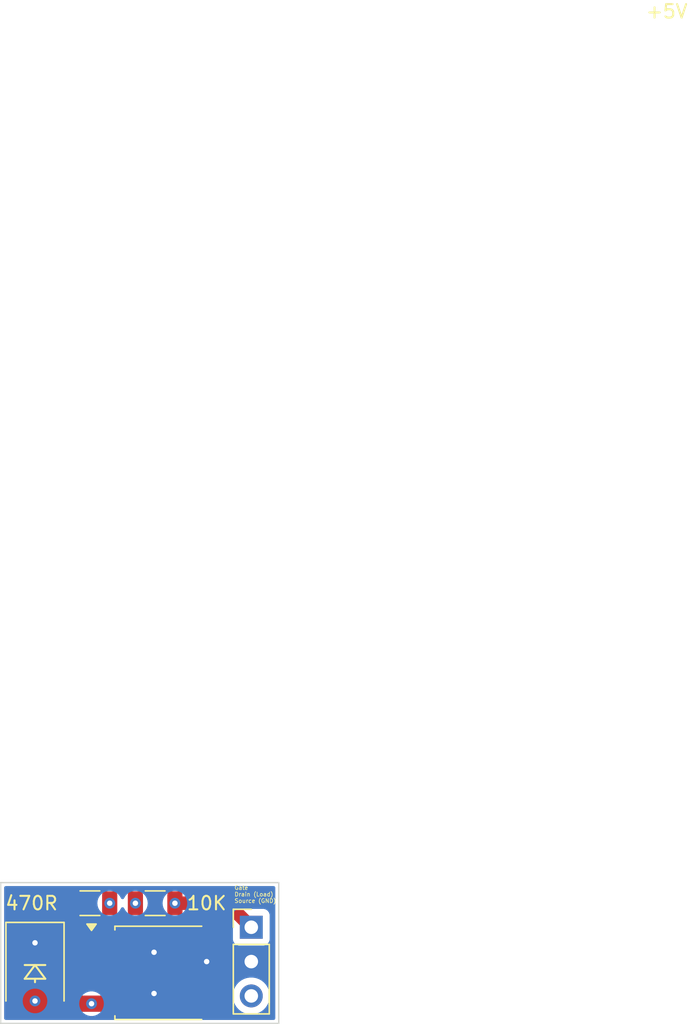
<source format=kicad_pcb>
(kicad_pcb (version 20240108) (generator "pcbnew") (generator_version "8.0")
  (layers (0 "F.Cu" signal) (1 "In1.Cu" signal "F2.Cu") (2 "In2.Cu" signal "B2.Cu") (31 "B.Cu" signal) (34 "B.Paste" user) (35 "F.Paste" user) (36 "B.SilkS" user "B.Silkscreen") (37 "F.SilkS" user "F.Silkscreen") (38 "B.Mask" user) (39 "F.Mask" user) (44 "Edge.Cuts" user))
  (net 0 "")
  (net 1 "Net-(J1-Pin_1)")
  (net 2 "Net-(D1-K)")
  (net 3 "GND")
  (net 4 "Net-(Q1-G)")
  (footprint "Resistor_SMD:R_1206_3216Metric" (layer "F.Cu") (at 147.32 76.962 180)
    (property "Reference" "R2" (hide yes))
    (property "Value" "470R" (at 4.318 0 0) (layer "F.SilkS"))
    (fp_line (start -0.727064 0.91) (end 0.727064 0.91) (stroke (width 0.12)) (layer "F.SilkS"))
    (fp_line (start -0.727064 -0.91) (end 0.727064 -0.91) (stroke (width 0.12)) (layer "F.SilkS"))
    (pad "1" smd roundrect (at -1.4625 0 180) (size 1.125 1.75) (layers "F.Cu" "F.Paste" "F.Mask") (roundrect_rratio 0.222222) (net 1 "Net-(J1-Pin_1)"))
    (pad "2" smd roundrect (at 1.4625 0 180) (size 1.125 1.75) (layers "F.Cu" "F.Paste" "F.Mask") (roundrect_rratio 0.222222) (net 4 "Net-(Q1-G)"))
  )
  (footprint "Resistor_SMD:R_1206_3216Metric" (layer "F.Cu") (at 152.146 76.962 180)
    (property "Reference" "R1" (hide yes))
    (property "Value" "10K" (at -3.81 0 0) (layer "F.SilkS"))
    (fp_line (start -0.727064 0.91) (end 0.727064 0.91) (stroke (width 0.12)) (layer "F.SilkS"))
    (fp_line (start -0.727064 -0.91) (end 0.727064 -0.91) (stroke (width 0.12)) (layer "F.SilkS"))
    (pad "1" smd roundrect (at -1.4625 0 180) (size 1.125 1.75) (layers "F.Cu" "F.Paste" "F.Mask") (roundrect_rratio 0.222222) (net 1 "Net-(J1-Pin_1)"))
    (pad "2" smd roundrect (at 1.4625 0 180) (size 1.125 1.75) (layers "F.Cu" "F.Paste" "F.Mask") (roundrect_rratio 0.222222) (net 3 "GND"))
  )
  (footprint "Diode_SMD:D_SMB" (layer "F.Cu") (at 143.256 82.042 -90)
    (property "Reference" "D1" (hide yes))
    (property "Value" "D" (hide yes))
    (fp_line (start -3.66 2.15) (end 2.15 2.15) (stroke (width 0.12)) (layer "F.SilkS"))
    (fp_line (start -3.66 -2.15) (end -3.66 2.15) (stroke (width 0.12)) (layer "F.SilkS"))
    (fp_line (start -3.66 -2.15) (end 2.15 -2.15) (stroke (width 0.12)) (layer "F.SilkS"))
    (pad "1" smd roundrect (at -2.15 0 270) (size 2.5 2.3) (layers "F.Cu" "F.Paste" "F.Mask") (roundrect_rratio 0.1086956522) (net 2 "Net-(D1-K)"))
    (pad "2" smd roundrect (at 2.15 0 270) (size 2.5 2.3) (layers "F.Cu" "F.Paste" "F.Mask") (roundrect_rratio 0.1086956522) (net 3 "GND"))
  )
  (footprint "Package_TO_SOT_SMD:TO-252-2" (layer "F.Cu") (at 152.478 82.1145)
    (property "Reference" "Q1" (hide yes))
    (property "Value" "30N06L-1" (hide yes))
    (fp_line (start -3.31 -3.45) (end -3.31 -3.18) (stroke (width 0.12)) (layer "F.SilkS"))
    (fp_line (start -3.31 3.45) (end -3.31 3.18) (stroke (width 0.12)) (layer "F.SilkS"))
    (fp_line (start 3.11 -3.45) (end -3.31 -3.45) (stroke (width 0.12)) (layer "F.SilkS"))
    (fp_line (start 3.11 3.45) (end -3.31 3.45) (stroke (width 0.12)) (layer "F.SilkS"))
    (fp_poly (pts (xy -5.04 -3.14) (xy -5.38 -3.61) (xy -4.7 -3.61) (xy -5.04 -3.14)) (stroke (width 0.12)) (fill solid) (layer "F.SilkS"))
    (pad "1" smd roundrect (at -5.04 -2.28) (size 2.2 1.2) (layers "F.Cu" "F.Paste" "F.Mask") (roundrect_rratio 0.208333) (net 4 "Net-(Q1-G)"))
    (pad "2" smd roundrect (at -0.415 -1.525) (size 3.05 2.75) (layers "F.Cu" "F.Paste") (roundrect_rratio 0.090909) (net 2 "Net-(D1-K)"))
    (pad "2" smd roundrect (at -0.415 1.525) (size 3.05 2.75) (layers "F.Cu" "F.Paste") (roundrect_rratio 0.090909) (net 2 "Net-(D1-K)"))
    (pad "2" smd roundrect (at 1.26 0) (size 6.4 5.8) (layers "F.Cu" "F.Mask") (roundrect_rratio 0.043103) (net 2 "Net-(D1-K)"))
    (pad "2" smd roundrect (at 2.935 -1.525) (size 3.05 2.75) (layers "F.Cu" "F.Paste") (roundrect_rratio 0.090909) (net 2 "Net-(D1-K)"))
    (pad "2" smd roundrect (at 2.935 1.525) (size 3.05 2.75) (layers "F.Cu" "F.Paste") (roundrect_rratio 0.090909) (net 2 "Net-(D1-K)"))
    (pad "3" smd roundrect (at -5.04 2.28) (size 2.2 1.2) (layers "F.Cu" "F.Paste" "F.Mask") (roundrect_rratio 0.208333) (net 3 "GND"))
  )
  (footprint "Connector_PinHeader_2.54mm:PinHeader_1x03_P2.54mm_Vertical" (layer "F.Cu") (at 159.258 78.74)
    (property "Reference" "J1" (hide yes))
    (property "Value" "Conn_01x03_Pin" (hide yes))
    (fp_line (start -1.33 -1.33) (end 0 -1.33) (stroke (width 0.12)) (layer "F.SilkS"))
    (fp_line (start -1.33 0) (end -1.33 -1.33) (stroke (width 0.12)) (layer "F.SilkS"))
    (fp_line (start -1.33 1.27) (end -1.33 6.41) (stroke (width 0.12)) (layer "F.SilkS"))
    (fp_line (start -1.33 1.27) (end 1.33 1.27) (stroke (width 0.12)) (layer "F.SilkS"))
    (fp_line (start -1.33 6.41) (end 1.33 6.41) (stroke (width 0.12)) (layer "F.SilkS"))
    (fp_line (start 1.33 1.27) (end 1.33 6.41) (stroke (width 0.12)) (layer "F.SilkS"))
    (pad "1" thru_hole rect (at 0 0) (size 1.7 1.7) (drill 1) (layers "*.Cu" "*.Mask") (net 1 "Net-(J1-Pin_1)"))
    (pad "2" thru_hole oval (at 0 2.54) (size 1.7 1.7) (drill 1) (layers "*.Cu" "*.Mask") (net 2 "Net-(D1-K)"))
    (pad "3" thru_hole oval (at 0 5.08) (size 1.7 1.7) (drill 1) (layers "*.Cu" "*.Mask") (net 3 "GND"))
  )
  (gr_line (start 142.494 81.534) (end 144.018 81.534) (stroke (width 0.15)) (layer "F.SilkS"))
  (gr_line (start 144.018 82.55) (end 143.256 81.534) (stroke (width 0.15)) (layer "F.SilkS"))
  (gr_line (start 143.256 82.804) (end 143.256 82.55) (stroke (width 0.15)) (layer "F.SilkS"))
  (gr_line (start 143.256 81.534) (end 142.494 82.55) (stroke (width 0.15)) (layer "F.SilkS"))
  (gr_line (start 142.494 82.55) (end 144.018 82.55) (stroke (width 0.15)) (layer "F.SilkS"))
  (gr_line (start 161.29 85.852) (end 161.29 75.438) (stroke (width 0.1)) (layer "Edge.Cuts"))
  (gr_line (start 140.716 75.438) (end 140.716 85.852) (stroke (width 0.1)) (layer "Edge.Cuts"))
  (gr_line (start 161.29 75.438) (end 140.716 75.438) (stroke (width 0.1)) (layer "Edge.Cuts"))
  (gr_line (start 140.716 85.852) (end 161.29 85.852) (stroke (width 0.1)) (layer "Edge.Cuts"))
  (gr_text "+5V" (at 190 11 0) (layer "F.SilkS") (effects (font (size 1 1))))
  (gr_text "Gate\nDrain (Load)\nSource (GND)" (at 157.988 76.962 0) (layer "F.SilkS") (effects (font (size 0.3 0.3) (thickness 0.05) (bold yes)) (justify left bottom)))
  (segment (start 157.48 76.962) (end 153.6085 76.962) (width 1) (layer "F.Cu") (net 1))
  (segment (start 159.258 78.74) (end 157.48 76.962) (width 1) (layer "F.Cu") (net 1))
  (via (at 148.7825 76.962) (size 0.8) (drill 0.4) (layers "F.Cu" "B.Cu") (net 1))
  (via (at 153.6085 76.962) (size 0.8) (drill 0.4) (layers "F.Cu" "B.Cu") (net 1))
  (segment (start 154.5725 81.28) (end 153.738 82.1145) (width 1) (layer "F.Cu") (net 2))
  (segment (start 143.256 79.892) (end 145.4785 82.1145) (width 1) (layer "F.Cu") (net 2))
  (segment (start 155.956 81.28) (end 154.5725 81.28) (width 1) (layer "F.Cu") (net 2))
  (segment (start 159.258 81.28) (end 155.956 81.28) (width 1) (layer "F.Cu") (net 2))
  (segment (start 145.4785 82.1145) (end 153.738 82.1145) (width 1) (layer "F.Cu") (net 2))
  (via (at 143.256 79.892) (size 0.8) (drill 0.4) (layers "F.Cu" "B.Cu") (net 2))
  (via (at 155.956 81.28) (size 0.8) (drill 0.4) (layers "F.Cu" "B.Cu") (net 2))
  (via (at 152.063 83.6395) (size 0.8) (drill 0.4) (layers "F.Cu" "B.Cu") (net 2))
  (via (at 152.063 80.5895) (size 0.8) (drill 0.4) (layers "F.Cu" "B.Cu") (net 2))
  (via (at 150.6835 76.962) (size 0.8) (drill 0.4) (layers "F.Cu" "B.Cu") (net 3))
  (via (at 143.256 84.192) (size 0.8) (drill 0.4) (layers "F.Cu" "B.Cu") (net 3))
  (via (at 147.438 84.3945) (size 0.8) (drill 0.4) (layers "F.Cu" "B.Cu") (net 3))
  (segment (start 147.438 79.8345) (end 147.438 78.5425) (width 1) (layer "F.Cu") (net 4))
  (segment (start 147.438 78.5425) (end 145.8575 76.962) (width 1) (layer "F.Cu") (net 4))
  (zone (net 2) (net_name "Net-(D1-K)") (layer "B.Cu") (priority 2) (connect_pads yes (clearance 0.508)) (min_thickness 0.25) (fill yes (thermal_gap 0.5) (thermal_bridge_width 0.5))
    (polygon (pts (xy 161.036 75.692) (xy 140.97 75.692) (xy 140.97 85.598) (xy 161.036 85.598)))
  )
)
</source>
